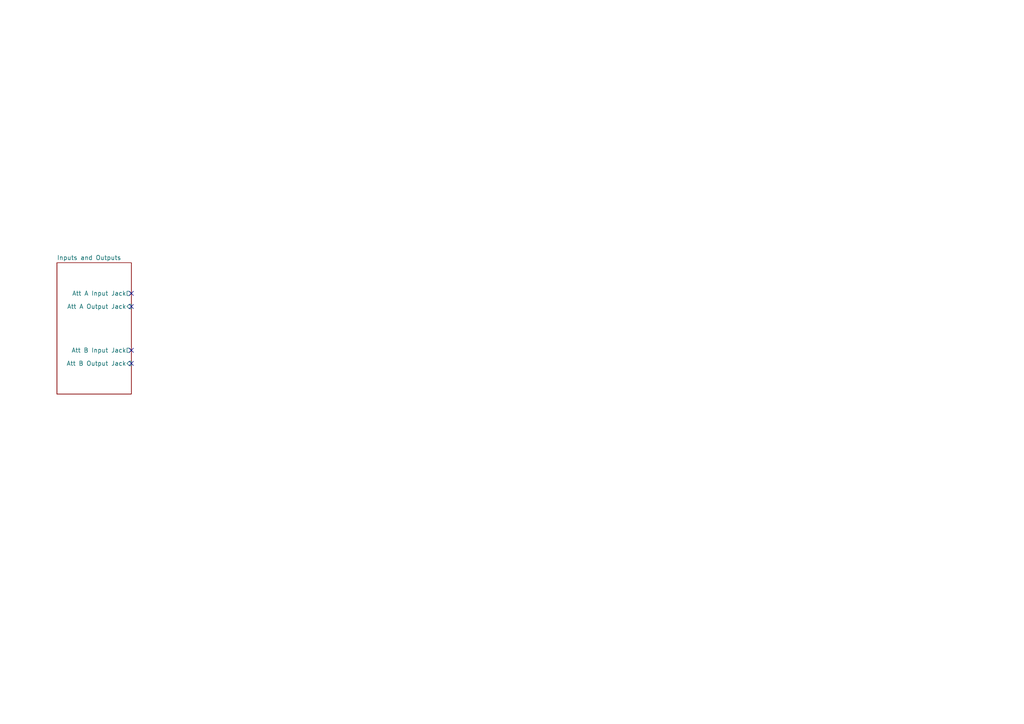
<source format=kicad_sch>
(kicad_sch
	(version 20231120)
	(generator "eeschema")
	(generator_version "8.0")
	(uuid "58f4306d-5387-4983-bb08-41a2313fd315")
	(paper "A4")
	(title_block
		(rev "1")
		(company "DMH Instruments")
		(comment 1 "PCB for 5 cm Kosmo format synthesizer module")
	)
	(lib_symbols)
	(no_connect
		(at 38.1 101.6)
		(uuid "055c5cb4-ca6e-4bbe-a7c7-db4d98492764")
	)
	(no_connect
		(at 38.1 85.09)
		(uuid "39a85dfb-4aad-423b-b2b7-fd579c3265cd")
	)
	(no_connect
		(at 38.1 88.9)
		(uuid "4e7cf7ae-c8d3-46a6-beb9-60db59f9e81f")
	)
	(no_connect
		(at 38.1 105.41)
		(uuid "7a526f25-1714-4a80-bfbd-edf54b838541")
	)
	(sheet
		(at 16.51 76.2)
		(size 21.59 38.1)
		(fields_autoplaced yes)
		(stroke
			(width 0.1524)
			(type solid)
		)
		(fill
			(color 0 0 0 0.0000)
		)
		(uuid "ce3fef8b-9f1d-4178-b50b-4a046c030679")
		(property "Sheetname" "Inputs and Outputs"
			(at 16.51 75.4884 0)
			(effects
				(font
					(size 1.27 1.27)
				)
				(justify left bottom)
			)
		)
		(property "Sheetfile" "Inputs_and_Outputs.kicad_sch"
			(at 16.51 114.8846 0)
			(effects
				(font
					(size 1.27 1.27)
				)
				(justify left top)
				(hide yes)
			)
		)
		(pin "Att B Output Jack" input
			(at 38.1 105.41 0)
			(effects
				(font
					(size 1.27 1.27)
				)
				(justify right)
			)
			(uuid "a3cf45dc-535a-4229-9325-dbe02c615116")
		)
		(pin "Att B Input Jack" output
			(at 38.1 101.6 0)
			(effects
				(font
					(size 1.27 1.27)
				)
				(justify right)
			)
			(uuid "c7e095ee-ec76-4c5c-a1c9-d312a484409d")
		)
		(pin "Att A Input Jack" output
			(at 38.1 85.09 0)
			(effects
				(font
					(size 1.27 1.27)
				)
				(justify right)
			)
			(uuid "435e7c20-1fe0-4be6-a078-183635d0f241")
		)
		(pin "Att A Output Jack" input
			(at 38.1 88.9 0)
			(effects
				(font
					(size 1.27 1.27)
				)
				(justify right)
			)
			(uuid "f0334ec6-75fc-4737-afe0-cb82f6c50cdb")
		)
		(instances
			(project "DMH_Multiverter_PCB_Conn"
				(path "/58f4306d-5387-4983-bb08-41a2313fd315"
					(page "2")
				)
			)
		)
	)
	(sheet_instances
		(path "/"
			(page "1")
		)
	)
)

</source>
